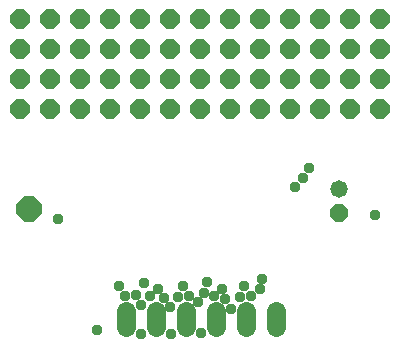
<source format=gbr>
G04 EAGLE Gerber RS-274X export*
G75*
%MOMM*%
%FSLAX34Y34*%
%LPD*%
%INSoldermask Bottom*%
%IPPOS*%
%AMOC8*
5,1,8,0,0,1.08239X$1,22.5*%
G01*
%ADD10P,1.759533X8X22.500000*%
%ADD11C,1.625600*%
%ADD12P,1.594577X8X292.500000*%
%ADD13C,1.473200*%
%ADD14P,2.309387X8X22.500000*%
%ADD15C,0.959600*%


D10*
X-63500Y256540D03*
X-63500Y281940D03*
X-38100Y256540D03*
X-38100Y281940D03*
X-12700Y256540D03*
X-12700Y281940D03*
X12700Y256540D03*
X12700Y281940D03*
X38100Y256540D03*
X38100Y281940D03*
X63500Y256540D03*
X63500Y281940D03*
X88900Y256540D03*
X88900Y281940D03*
X114300Y256540D03*
X114300Y281940D03*
X139700Y256540D03*
X139700Y281940D03*
X165100Y256540D03*
X165100Y281940D03*
X190500Y256540D03*
X190500Y281940D03*
X215900Y256540D03*
X215900Y281940D03*
X241300Y256540D03*
X241300Y281940D03*
X-63500Y205740D03*
X-63500Y231140D03*
X-38100Y205740D03*
X-38100Y231140D03*
X-12700Y205740D03*
X-12700Y231140D03*
X12700Y205740D03*
X12700Y231140D03*
X38100Y205740D03*
X38100Y231140D03*
X63500Y205740D03*
X63500Y231140D03*
X88900Y205740D03*
X88900Y231140D03*
X114300Y205740D03*
X114300Y231140D03*
X139700Y205740D03*
X139700Y231140D03*
X165100Y205740D03*
X165100Y231140D03*
X190500Y205740D03*
X190500Y231140D03*
X215900Y205740D03*
X215900Y231140D03*
X241300Y205740D03*
X241300Y231140D03*
D11*
X152908Y34798D02*
X152908Y20574D01*
X127508Y20574D02*
X127508Y34798D01*
X102108Y34798D02*
X102108Y20574D01*
X76708Y20574D02*
X76708Y34798D01*
X51308Y34798D02*
X51308Y20574D01*
X25908Y20574D02*
X25908Y34798D01*
D12*
X206248Y117348D03*
D13*
X206248Y137668D03*
D14*
X-55626Y120650D03*
D15*
X89662Y15748D03*
X169164Y139192D03*
X64008Y15240D03*
X175768Y146812D03*
X38608Y14986D03*
X181583Y155167D03*
X2032Y18288D03*
X-31242Y112522D03*
X237236Y115570D03*
X141514Y61860D03*
X132144Y47216D03*
X139440Y52772D03*
X110136Y44360D03*
X101048Y47216D03*
X107668Y53448D03*
X63878Y37722D03*
X53613Y53161D03*
X58486Y45182D03*
X34544Y47752D03*
X20574Y55626D03*
X25146Y47498D03*
X126330Y55824D03*
X115090Y36462D03*
X123056Y46736D03*
X95008Y59048D03*
X87250Y41818D03*
X91960Y49960D03*
X79796Y47216D03*
X70708Y46360D03*
X74236Y55448D03*
X46706Y47216D03*
X38890Y39246D03*
X41444Y58015D03*
M02*

</source>
